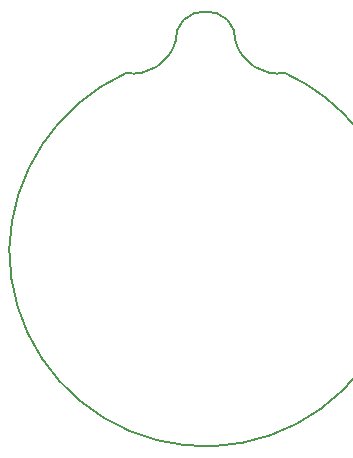
<source format=gko>
G04 DipTrace 2.4.0.2*
%INcircle.gko*%
%MOMM*%
%ADD11C,0.14*%
%FSLAX53Y53*%
G04*
G71*
G90*
G75*
G01*
%LNBoardOutline*%
%LPD*%
X10000Y26679D2*
D11*
G03X38302Y14801I16618J-61D01*
G01*
D3*
G03X33349Y41598I-11752J11684D01*
G01*
G02X29158Y44265I-598J3686D01*
G01*
G03X26618Y46805I-2392J148D01*
G01*
G03X24078Y44265I-148J-2392D01*
G01*
G02X19887Y41598I-3593J1019D01*
G01*
G03X10000Y26679I6963J-15350D01*
G01*
M02*

</source>
